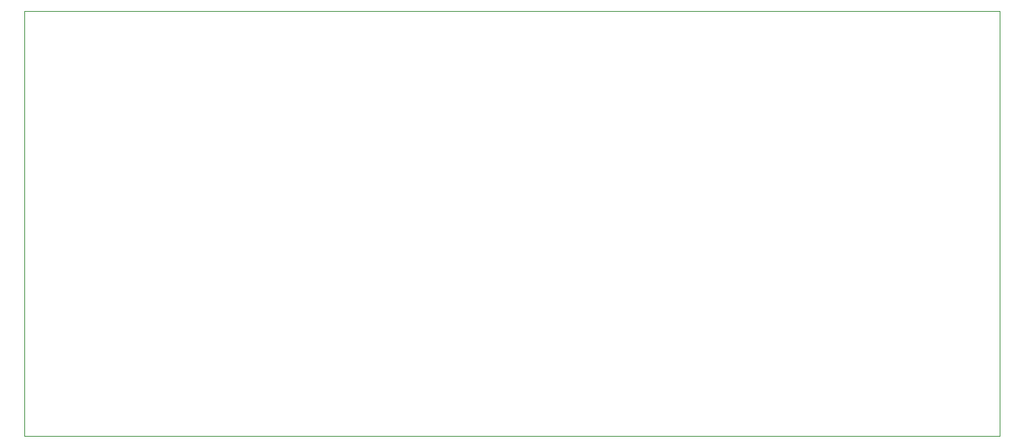
<source format=gbr>
%TF.GenerationSoftware,KiCad,Pcbnew,9.0.3*%
%TF.CreationDate,2025-11-10T23:22:15+01:00*%
%TF.ProjectId,AESS-PCB,41455353-2d50-4434-922e-6b696361645f,rev?*%
%TF.SameCoordinates,Original*%
%TF.FileFunction,Profile,NP*%
%FSLAX46Y46*%
G04 Gerber Fmt 4.6, Leading zero omitted, Abs format (unit mm)*
G04 Created by KiCad (PCBNEW 9.0.3) date 2025-11-10 23:22:15*
%MOMM*%
%LPD*%
G01*
G04 APERTURE LIST*
%TA.AperFunction,Profile*%
%ADD10C,0.050000*%
%TD*%
G04 APERTURE END LIST*
D10*
X19150000Y-12000000D02*
X131100000Y-12000000D01*
X131100000Y-60900000D01*
X19150000Y-60900000D01*
X19150000Y-12000000D01*
M02*

</source>
